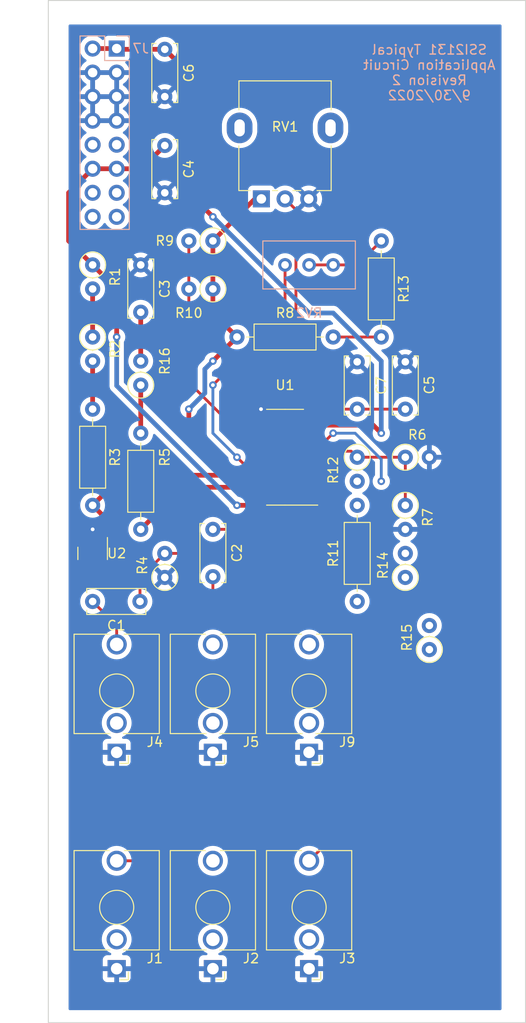
<source format=kicad_pcb>
(kicad_pcb (version 20211014) (generator pcbnew)
  (layers (0 "F.Cu" signal) (31 "B.Cu" power) (34 "B.Paste" user) (35 "F.Paste" user) (36 "B.SilkS" user "B.Silkscreen") (37 "F.SilkS" user "F.Silkscreen") (38 "B.Mask" user) (39 "F.Mask" user) (44 "Edge.Cuts" user))
  (net 0 "")
  (net 1 "Net-(C1-Pad1)")
  (net 2 "HardSync")
  (net 3 "SoftSync")
  (net 4 "Net-(C2-Pad2)")
  (net 5 "GND")
  (net 6 "Net-(C3-Pad2)")
  (net 7 "+5V")
  (net 8 "TCAP")
  (net 9 "-12V")
  (net 10 "Net-(R1-Pad2)")
  (net 11 "Net-(R2-Pad2)")
  (net 12 "VREF")
  (net 13 "BWComp")
  (net 14 "Net-(R16-Pad1)")
  (net 15 "HFTrack")
  (net 16 "Net-(R13-Pad2)")
  (net 17 "LinFreq")
  (net 18 "ExpoFreq")
  (net 23 "Net-(R13-Pad1)")
  (net 24 "ExpoScale")
  (net 25 "SawOut")
  (net 26 "PulseOut")
  (net 27 "TriOut")
  (net 28 "PWMCtrl")
  (net 29 "Net-(J9-PadT)")
  (net 30 "Net-(R11-Pad1)")
  (footprint "Capacitor_THT:C_Disc_D6.0mm_W2.5mm_P5.00mm" (layer "F.Cu") (at 193.04 76.2 90)
    (fp_text reference "C5" (at 2.54 2.54 90) (layer "F.SilkS"))
    (fp_text value "3.3 nF")
    (fp_line (start 5.62 -1.37) (end 5.62 -0.925) (layer "F.SilkS") (width 0.12))
    (fp_line (start -0.62 1.37) (end 5.62 1.37) (layer "F.SilkS") (width 0.12))
    (fp_line (start -0.62 -1.37) (end -0.62 -0.925) (layer "F.SilkS") (width 0.12))
    (fp_line (start -0.62 0.925) (end -0.62 1.37) (layer "F.SilkS") (width 0.12))
    (fp_line (start -0.62 -1.37) (end 5.62 -1.37) (layer "F.SilkS") (width 0.12))
    (fp_line (start 5.62 0.925) (end 5.62 1.37) (layer "F.SilkS") (width 0.12))
    (pad "1" thru_hole circle (at 0 0 90) (size 1.6 1.6) (drill 0.8) (layers *.Cu *.Mask) (net 8 "TCAP"))
    (pad "2" thru_hole circle (at 5 0 90) (size 1.6 1.6) (drill 0.8) (layers *.Cu *.Mask) (net 5 "GND"))
  )
  (footprint "Capacitor_THT:C_Disc_D6.0mm_W2.5mm_P5.00mm" (layer "F.Cu") (at 167.64 43.18 90)
    (fp_text reference "C6" (at 2.5 2.54 90) (layer "F.SilkS"))
    (fp_text value "0.1 uF")
    (fp_line (start -0.62 -1.37) (end 5.62 -1.37) (layer "F.SilkS") (width 0.12))
    (fp_line (start 5.62 -1.37) (end 5.62 -0.925) (layer "F.SilkS") (width 0.12))
    (fp_line (start 5.62 0.925) (end 5.62 1.37) (layer "F.SilkS") (width 0.12))
    (fp_line (start -0.62 0.925) (end -0.62 1.37) (layer "F.SilkS") (width 0.12))
    (fp_line (start -0.62 1.37) (end 5.62 1.37) (layer "F.SilkS") (width 0.12))
    (fp_line (start -0.62 -1.37) (end -0.62 -0.925) (layer "F.SilkS") (width 0.12))
    (pad "1" thru_hole circle (at 0 0 90) (size 1.6 1.6) (drill 0.8) (layers *.Cu *.Mask) (net 5 "GND"))
    (pad "2" thru_hole circle (at 5 0 90) (size 1.6 1.6) (drill 0.8) (layers *.Cu *.Mask) (net 9 "-12V"))
  )
  (footprint "Potentiometer_THT:Potentiometer_Alpha_RD901F-40-00D_Single_Vertical" (layer "F.Cu") (at 177.84 53.985 90)
    (fp_text reference "RV1" (at 7.62 2.5) (layer "F.SilkS"))
    (fp_text value "PWM Knob - 5 kOhms")
    (fp_line (start 0.88 7.37) (end 0.88 5.88) (layer "F.SilkS") (width 0.12))
    (fp_line (start 0.88 4.16) (end 0.88 3.33) (layer "F.SilkS") (width 0.12))
    (fp_line (start 0.88 -1.19) (end 0.88 -2.37) (layer "F.SilkS") (width 0.12))
    (fp_line (start 9.41 -2.37) (end 12.47 -2.37) (layer "F.SilkS") (width 0.12))
    (fp_line (start 9.41 7.37) (end 12.47 7.37) (layer "F.SilkS") (width 0.12))
    (fp_line (start 0.88 -2.38) (end 5.6 -2.38) (layer "F.SilkS") (width 0.12))
    (fp_line (start 0.88 7.37) (end 5.6 7.37) (layer "F.SilkS") (width 0.12))
    (fp_line (start 12.47 7.37) (end 12.47 -2.37) (layer "F.SilkS") (width 0.12))
    (fp_line (start 0.88 1.71) (end 0.88 1.18) (layer "F.SilkS") (width 0.12))
    (pad "" thru_hole oval (at 7.5 -2.3 180) (size 2.72 3.24) (drill oval 1.1 1.8) (layers *.Cu *.Mask))
    (pad "" thru_hole oval (at 7.5 7.3 180) (size 2.72 3.24) (drill oval 1.1 1.8) (layers *.Cu *.Mask))
    (pad "1" thru_hole rect (at 0 0 180) (size 1.8 1.8) (drill 1) (layers *.Cu *.Mask) (net 12 "VREF"))
    (pad "2" thru_hole circle (at 0 2.5 180) (size 1.8 1.8) (drill 1) (layers *.Cu *.Mask) (net 28 "PWMCtrl"))
    (pad "3" thru_hole circle (at 0 5 180) (size 1.8 1.8) (drill 1) (layers *.Cu *.Mask) (net 5 "GND"))
  )
  (footprint "Resistor_THT:R_Axial_DIN0207_L6.3mm_D2.5mm_P2.54mm_Vertical" (layer "F.Cu") (at 167.64 93.98 90)
    (fp_text reference "R4" (at 1.27 -2.37 90) (layer "F.SilkS"))
    (fp_text value "10 kOhms")
    (fp_line (start 1.37 0) (end 1.44 0) (layer "F.SilkS") (width 0.12))
    (fp_circle (center 0 0) (end 1.37 0) (layer "F.SilkS") (width 0.12) (fill none))
    (pad "1" thru_hole circle (at 0 0 90) (size 1.6 1.6) (drill 0.8) (layers *.Cu *.Mask) (net 5 "GND"))
    (pad "2" thru_hole oval (at 2.54 0 90) (size 1.6 1.6) (drill 0.8) (layers *.Cu *.Mask) (net 2 "HardSync"))
  )
  (footprint "Resistor_THT:R_Axial_DIN0207_L6.3mm_D2.5mm_P2.54mm_Vertical" (layer "F.Cu") (at 172.72 63.5 180)
    (fp_text reference "R10" (at 2.54 -2.54) (layer "F.SilkS"))
    (fp_text value "1 MOhms")
    (fp_line (start 1.37 0) (end 1.44 0) (layer "F.SilkS") (width 0.12))
    (fp_circle (center 0 0) (end 1.37 0) (layer "F.SilkS") (width 0.12) (fill none))
    (pad "1" thru_hole circle (at 0 0 180) (size 1.6 1.6) (drill 0.8) (layers *.Cu *.Mask) (net 12 "VREF"))
    (pad "2" thru_hole oval (at 2.54 0 180) (size 1.6 1.6) (drill 0.8) (layers *.Cu *.Mask) (net 17 "LinFreq"))
  )
  (footprint "Resistor_THT:R_Axial_DIN0207_L6.3mm_D2.5mm_P10.16mm_Horizontal" (layer "F.Cu") (at 187.96 86.36 -90)
    (fp_text reference "R11" (at 5.08 2.54 -90) (layer "F.SilkS"))
    (fp_text value "220 kOhms")
    (fp_line (start 8.35 -1.37) (end 1.81 -1.37) (layer "F.SilkS") (width 0.12))
    (fp_line (start 1.81 -1.37) (end 1.81 1.37) (layer "F.SilkS") (width 0.12))
    (fp_line (start 8.35 1.37) (end 8.35 -1.37) (layer "F.SilkS") (width 0.12))
    (fp_line (start 9.12 0) (end 8.35 0) (layer "F.SilkS") (width 0.12))
    (fp_line (start 1.81 1.37) (end 8.35 1.37) (layer "F.SilkS") (width 0.12))
    (fp_line (start 1.04 0) (end 1.81 0) (layer "F.SilkS") (width 0.12))
    (pad "1" thru_hole circle (at 0 0 270) (size 1.6 1.6) (drill 0.8) (layers *.Cu *.Mask) (net 30 "Net-(R11-Pad1)"))
    (pad "2" thru_hole oval (at 10.16 0 270) (size 1.6 1.6) (drill 0.8) (layers *.Cu *.Mask) (net 18 "ExpoFreq"))
  )
  (footprint "Resistor_THT:R_Axial_DIN0207_L6.3mm_D2.5mm_P10.16mm_Horizontal" (layer "F.Cu") (at 165.1 88.9 90)
    (fp_text reference "R5" (at 7.62 2.54 90) (layer "F.SilkS"))
    (fp_text value "220 Ohms")
    (fp_line (start 1.81 -1.37) (end 1.81 1.37) (layer "F.SilkS") (width 0.12))
    (fp_line (start 1.04 0) (end 1.81 0) (layer "F.SilkS") (width 0.12))
    (fp_line (start 9.12 0) (end 8.35 0) (layer "F.SilkS") (width 0.12))
    (fp_line (start 8.35 1.37) (end 8.35 -1.37) (layer "F.SilkS") (width 0.12))
    (fp_line (start 8.35 -1.37) (end 1.81 -1.37) (layer "F.SilkS") (width 0.12))
    (fp_line (start 1.81 1.37) (end 8.35 1.37) (layer "F.SilkS") (width 0.12))
    (pad "1" thru_hole circle (at 0 0 90) (size 1.6 1.6) (drill 0.8) (layers *.Cu *.Mask) (net 13 "BWComp"))
    (pad "2" thru_hole oval (at 10.16 0 90) (size 1.6 1.6) (drill 0.8) (layers *.Cu *.Mask) (net 14 "Net-(R16-Pad1)"))
  )
  (footprint "Connector_Audio:Jack_3.5mm_QingPu_WQP-PJ398SM_Vertical_CircularHoles" (layer "F.Cu") (at 182.88 135.32 180)
    (fp_text reference "J3" (at -4.03 1.08) (layer "F.SilkS"))
    (fp_text value "Tri Out")
    (fp_line (start -0.8 12.48) (end -4.5 12.48) (layer "F.SilkS") (width 0.12))
    (fp_line (start -0.72 1.98) (end -4.5 1.98) (layer "F.SilkS") (width 0.12))
    (fp_line (start 4.5 12.48) (end 0.8 12.48) (layer "F.SilkS") (width 0.12))
    (fp_line (start 4.5 1.98) (end 4.5 12.48) (layer "F.SilkS") (width 0.12))
    (fp_line (start 4.5 1.98) (end 0.72 1.98) (layer "F.SilkS") (width 0.12))
    (fp_line (start -1.23 -1.17) (end -1.23 -0.37) (layer "F.SilkS") (width 0.12))
    (fp_line (start -1.23 -1.17) (end -0.37 -1.17) (layer "F.SilkS") (width 0.12))
    (fp_line (start -4.5 1.98) (end -4.5 12.48) (layer "F.SilkS") (width 0.12))
    (fp_circle (center 0 6.48) (end 1.8 6.48) (layer "F.SilkS") (width 0.12) (fill none))
    (pad "S" thru_hole rect (at 0 0) (size 1.93 1.83) (drill 1.22) (layers *.Cu *.Mask) (net 5 "GND"))
    (pad "T" thru_hole circle (at 0 11.4) (size 2.13 2.13) (drill 1.43) (layers *.Cu *.Mask) (net 27 "TriOut"))
    (pad "TN" thru_hole circle (at 0 3.1) (size 2.13 2.13) (drill 1.42) (layers *.Cu *.Mask))
  )
  (footprint "Resistor_THT:R_Axial_DIN0207_L6.3mm_D2.5mm_P2.54mm_Vertical" (layer "F.Cu") (at 160.02 60.96 -90)
    (fp_text reference "R1" (at 1.27 -2.37 90) (layer "F.SilkS"))
    (fp_text value "4.7 kOhms")
    (fp_line (start 1.37 0) (end 1.44 0) (layer "F.SilkS") (width 0.12))
    (fp_circle (center 0 0) (end 1.37 0) (layer "F.SilkS") (width 0.12) (fill none))
    (pad "1" thru_hole circle (at 0 0 270) (size 1.6 1.6) (drill 0.8) (layers *.Cu *.Mask) (net 7 "+5V"))
    (pad "2" thru_hole oval (at 2.54 0 270) (size 1.6 1.6) (drill 0.8) (layers *.Cu *.Mask) (net 10 "Net-(R1-Pad2)"))
  )
  (footprint "Connector_Audio:Jack_3.5mm_QingPu_WQP-PJ398SM_Vertical_CircularHoles" (layer "F.Cu") (at 162.56 112.46 180)
    (fp_text reference "J4" (at -4.03 1.08) (layer "F.SilkS"))
    (fp_text value "Hard Sync")
    (fp_line (start -0.72 1.98) (end -4.5 1.98) (layer "F.SilkS") (width 0.12))
    (fp_line (start 4.5 1.98) (end 0.72 1.98) (layer "F.SilkS") (width 0.12))
    (fp_line (start -1.23 -1.17) (end -0.37 -1.17) (layer "F.SilkS") (width 0.12))
    (fp_line (start -1.23 -1.17) (end -1.23 -0.37) (layer "F.SilkS") (width 0.12))
    (fp_line (start -0.8 12.48) (end -4.5 12.48) (layer "F.SilkS") (width 0.12))
    (fp_line (start 4.5 12.48) (end 0.8 12.48) (layer "F.SilkS") (width 0.12))
    (fp_line (start 4.5 1.98) (end 4.5 12.48) (layer "F.SilkS") (width 0.12))
    (fp_line (start -4.5 1.98) (end -4.5 12.48) (layer "F.SilkS") (width 0.12))
    (fp_circle (center 0 6.48) (end 1.8 6.48) (layer "F.SilkS") (width 0.12) (fill none))
    (pad "S" thru_hole rect (at 0 0) (size 1.93 1.83) (drill 1.22) (layers *.Cu *.Mask) (net 5 "GND"))
    (pad "T" thru_hole circle (at 0 11.4) (size 2.13 2.13) (drill 1.43) (layers *.Cu *.Mask) (net 1 "Net-(C1-Pad1)"))
    (pad "TN" thru_hole circle (at 0 3.1) (size 2.13 2.13) (drill 1.42) (layers *.Cu *.Mask))
  )
  (footprint "Resistor_THT:R_Axial_DIN0207_L6.3mm_D2.5mm_P10.16mm_Horizontal" (layer "F.Cu") (at 185.42 68.58 180)
    (fp_text reference "R8" (at 5.08 2.54) (layer "F.SilkS"))
    (fp_text value "22 kOhms")
    (fp_line (start 8.35 -1.37) (end 1.81 -1.37) (layer "F.SilkS") (width 0.12))
    (fp_line (start 1.04 0) (end 1.81 0) (layer "F.SilkS") (width 0.12))
    (fp_line (start 1.81 1.37) (end 8.35 1.37) (layer "F.SilkS") (width 0.12))
    (fp_line (start 9.12 0) (end 8.35 0) (layer "F.SilkS") (width 0.12))
    (fp_line (start 1.81 -1.37) (end 1.81 1.37) (layer "F.SilkS") (width 0.12))
    (fp_line (start 8.35 1.37) (end 8.35 -1.37) (layer "F.SilkS") (width 0.12))
    (pad "1" thru_hole circle (at 0 0 180) (size 1.6 1.6) (drill 0.8) (layers *.Cu *.Mask) (net 16 "Net-(R13-Pad2)"))
    (pad "2" thru_hole oval (at 10.16 0 180) (size 1.6 1.6) (drill 0.8) (layers *.Cu *.Mask) (net 12 "VREF"))
  )
  (footprint "Capacitor_THT:C_Disc_D6.0mm_W2.5mm_P5.00mm" (layer "F.Cu") (at 187.96 76.2 90)
    (fp_text reference "C7" (at 2.5 2.54 90) (layer "F.SilkS"))
    (fp_text value "680 pF")
    (fp_line (start -0.62 -1.37) (end 5.62 -1.37) (layer "F.SilkS") (width 0.12))
    (fp_line (start -0.62 1.37) (end 5.62 1.37) (layer "F.SilkS") (width 0.12))
    (fp_line (start -0.62 0.925) (end -0.62 1.37) (layer "F.SilkS") (width 0.12))
    (fp_line (start 5.62 0.925) (end 5.62 1.37) (layer "F.SilkS") (width 0.12))
    (fp_line (start 5.62 -1.37) (end 5.62 -0.925) (layer "F.SilkS") (width 0.12))
    (fp_line (start -0.62 -1.37) (end -0.62 -0.925) (layer "F.SilkS") (width 0.12))
    (pad "1" thru_hole circle (at 0 0 90) (size 1.6 1.6) (drill 0.8) (layers *.Cu *.Mask) (net 8 "TCAP"))
    (pad "2" thru_hole circle (at 5 0 90) (size 1.6 1.6) (drill 0.8) (layers *.Cu *.Mask) (net 5 "GND"))
  )
  (footprint "Connector_Audio:Jack_3.5mm_QingPu_WQP-PJ398SM_Vertical_CircularHoles" (layer "F.Cu") (at 172.72 112.46 180)
    (fp_text reference "J5" (at -4.03 1.08) (layer "F.SilkS"))
    (fp_text value "Soft Sync")
    (fp_line (start -0.8 12.48) (end -4.5 12.48) (layer "F.SilkS") (width 0.12))
    (fp_line (start 4.5 12.48) (end 0.8 12.48) (layer "F.SilkS") (width 0.12))
    (fp_line (start -1.23 -1.17) (end -1.23 -0.37) (layer "F.SilkS") (width 0.12))
    (fp_line (start 4.5 1.98) (end 0.72 1.98) (layer "F.SilkS") (width 0.12))
    (fp_line (start 4.5 1.98) (end 4.5 12.48) (layer "F.SilkS") (width 0.12))
    (fp_line (start -4.5 1.98) (end -4.5 12.48) (layer "F.SilkS") (width 0.12))
    (fp_line (start -0.72 1.98) (end -4.5 1.98) (layer "F.SilkS") (width 0.12))
    (fp_line (start -1.23 -1.17) (end -0.37 -1.17) (layer "F.SilkS") (width 0.12))
    (fp_circle (center 0 6.48) (end 1.8 6.48) (layer "F.SilkS") (width 0.12) (fill none))
    (pad "S" thru_hole rect (at 0 0) (size 1.93 1.83) (drill 1.22) (layers *.Cu *.Mask) (net 5 "GND"))
    (pad "T" thru_hole circle (at 0 11.4) (size 2.13 2.13) (drill 1.43) (layers *.Cu *.Mask) (net 4 "Net-(C2-Pad2)"))
    (pad "TN" thru_hole circle (at 0 3.1) (size 2.13 2.13) (drill 1.42) (layers *.Cu *.Mask))
  )
  (footprint "Resistor_THT:R_Axial_DIN0207_L6.3mm_D2.5mm_P2.54mm_Vertical" (layer "F.Cu") (at 187.96 81.28 -90)
    (fp_text reference "R12" (at 1.37 2.54 90) (layer "F.SilkS"))
    (fp_text value "47 kOhms")
    (fp_line (start 1.37 0) (end 1.44 0) (layer "F.SilkS") (width 0.12))
    (fp_circle (center 0 0) (end 1.37 0) (layer "F.SilkS") (width 0.12) (fill none))
    (pad "1" thru_hole circle (at 0 0 270) (size 1.6 1.6) (drill 0.8) (layers *.Cu *.Mask) (net 15 "HFTrack"))
    (pad "2" thru_hole oval (at 2.54 0 270) (size 1.6 1.6) (drill 0.8) (layers *.Cu *.Mask) (net 30 "Net-(R11-Pad1)"))
  )
  (footprint "Resistor_THT:R_Axial_DIN0207_L6.3mm_D2.5mm_P2.54mm_Vertical" (layer "F.Cu") (at 193.04 86.36 -90)
    (fp_text reference "R7" (at 1.27 -2.37 90) (layer "F.SilkS"))
    (fp_text value "47 kOhms")
    (fp_line (start 1.37 0) (end 1.44 0) (layer "F.SilkS") (width 0.12))
    (fp_circle (center 0 0) (end 1.37 0) (layer "F.SilkS") (width 0.12) (fill none))
    (pad "1" thru_hole circle (at 0 0 270) (size 1.6 1.6) (drill 0.8) (layers *.Cu *.Mask) (net 15 "HFTrack"))
    (pad "2" thru_hole oval (at 2.54 0 270) (size 1.6 1.6) (drill 0.8) (layers *.Cu *.Mask) (net 5 "GND"))
  )
  (footprint "Resistor_THT:R_Axial_DIN0207_L6.3mm_D2.5mm_P10.16mm_Horizontal" (layer "F.Cu") (at 160.02 76.2 -90)
    (fp_text reference "R3" (at 5.08 -2.37 90) (layer "F.SilkS"))
    (fp_text value "1 kOhms")
    (fp_line (start 1.04 0) (end 1.81 0) (layer "F.SilkS") (width 0.12))
    (fp_line (start 1.81 -1.37) (end 1.81 1.37) (layer "F.SilkS") (width 0.12))
    (fp_line (start 8.35 -1.37) (end 1.81 -1.37) (layer "F.SilkS") (width 0.12))
    (fp_line (start 9.12 0) (end 8.35 0) (layer "F.SilkS") (width 0.12))
    (fp_line (start 8.35 1.37) (end 8.35 -1.37) (layer "F.SilkS") (width 0.12))
    (fp_line (start 1.81 1.37) (end 8.35 1.37) (layer "F.SilkS") (width 0.12))
    (pad "1" thru_hole circle (at 0 0 270) (size 1.6 1.6) (drill 0.8) (layers *.Cu *.Mask) (net 11 "Net-(R2-Pad2)"))
    (pad "2" thru_hole oval (at 10.16 0 270) (size 1.6 1.6) (drill 0.8) (layers *.Cu *.Mask) (net 12 "VREF"))
  )
  (footprint "Resistor_THT:R_Axial_DIN0207_L6.3mm_D2.5mm_P2.54mm_Vertical" (layer "F.Cu") (at 193.04 81.28)
    (fp_text reference "R6" (at 1.27 -2.37) (layer "F.SilkS"))
    (fp_text value "4.7 kOhms")
    (fp_line (start 1.37 0) (end 1.44 0) (layer "F.SilkS") (width 0.12))
    (fp_circle (center 0 0) (end 1.37 0) (layer "F.SilkS") (width 0.12) (fill none))
    (pad "1" thru_hole circle (at 0 0) (size 1.6 1.6) (drill 0.8) (layers *.Cu *.Mask) (net 15 "HFTrack"))
    (pad "2" thru_hole oval (at 2.54 0) (size 1.6 1.6) (drill 0.8) (layers *.Cu *.Mask) (net 5 "GND"))
  )
  (footprint "Resistor_THT:R_Axial_DIN0207_L6.3mm_D2.5mm_P2.54mm_Vertical" (layer "F.Cu") (at 160.02 68.58 -90)
    (fp_text reference "R2" (at 1.27 -2.37 90) (layer "F.SilkS"))
    (fp_text value "2.2 kOhms")
    (fp_line (start 1.37 0) (end 1.44 0) (layer "F.SilkS") (width 0.12))
    (fp_circle (center 0 0) (end 1.37 0) (layer "F.SilkS") (width 0.12) (fill none))
    (pad "1" thru_hole circle (at 0 0 270) (size 1.6 1.6) (drill 0.8) (layers *.Cu *.Mask) (net 10 "Net-(R1-Pad2)"))
    (pad "2" thru_hole oval (at 2.54 0 270) (size 1.6 1.6) (drill 0.8) (layers *.Cu *.Mask) (net 11 "Net-(R2-Pad2)"))
  )
  (footprint "Capacitor_THT:C_Disc_D6.0mm_W2.5mm_P5.00mm" (layer "F.Cu") (at 167.64 53.34 90)
    (fp_text reference "C4" (at 2.5 2.54 90) (layer "F.SilkS"))
    (fp_text value "0.1 uF")
    (fp_line (start -0.62 0.925) (end -0.62 1.37) (layer "F.SilkS") (width 0.12))
    (fp_line (start -0.62 1.37) (end 5.62 1.37) (layer "F.SilkS") (width 0.12))
    (fp_line (start 5.62 -1.37) (end 5.62 -0.925) (layer "F.SilkS") (width 0.12))
    (fp_line (start -0.62 -1.37) (end 5.62 -1.37) (layer "F.SilkS") (width 0.12))
    (fp_line (start 5.62 0.925) (end 5.62 1.37) (layer "F.SilkS") (width 0.12))
    (fp_line (start -0.62 -1.37) (end -0.62 -0.925) (layer "F.SilkS") (width 0.12))
    (pad "1" thru_hole circle (at 0 0 90) (size 1.6 1.6) (drill 0.8) (layers *.Cu *.Mask) (net 5 "GND"))
    (pad "2" thru_hole circle (at 5 0 90) (size 1.6 1.6) (drill 0.8) (layers *.Cu *.Mask) (net 7 "+5V"))
  )
  (footprint "Resistor_THT:R_Axial_DIN0207_L6.3mm_D2.5mm_P2.54mm_Vertical" (layer "F.Cu") (at 193.04 93.98 90)
    (fp_text reference "R14" (at 1.27 -2.37 90) (layer "F.SilkS"))
    (fp_text value "100 kOhms")
    (fp_line (start 1.37 0) (end 1.44 0) (layer "F.SilkS") (width 0.12))
    (fp_circle (center 0 0) (end 1.37 0) (layer "F.SilkS") (width 0.12) (fill none))
    (pad "1" thru_hole circle (at 0 0 90) (size 1.6 1.6) (drill 0.8) (layers *.Cu *.Mask) (net 29 "Net-(J9-PadT)"))
    (pad "2" thru_hole oval (at 2.54 0 90) (size 1.6 1.6) (drill 0.8) (layers *.Cu *.Mask) (net 18 "ExpoFreq"))
  )
  (footprint "Capacitor_THT:C_Disc_D6.0mm_W2.5mm_P5.00mm" (layer "F.Cu") (at 165.1 60.96 -90)
    (fp_text reference "C3" (at 2.54 -2.54 90) (layer "F.SilkS"))
    (fp_text value "10 nF")
    (fp_line (start -0.62 1.37) (end 5.62 1.37) (layer "F.SilkS") (width 0.12))
    (fp_line (start 5.62 -1.37) (end 5.62 -0.925) (layer "F.SilkS") (width 0.12))
    (fp_line (start 5.62 0.925) (end 5.62 1.37) (layer "F.SilkS") (width 0.12))
    (fp_line (start -0.62 -1.37) (end 5.62 -1.37) (layer "F.SilkS") (width 0.12))
    (fp_line (start -0.62 -1.37) (end -0.62 -0.925) (layer "F.SilkS") (width 0.12))
    (fp_line (start -0.62 0.925) (end -0.62 1.37) (layer "F.SilkS") (width 0.12))
    (pad "1" thru_hole circle (at 0 0 270) (size 1.6 1.6) (drill 0.8) (layers *.Cu *.Mask) (net 5 "GND"))
    (pad "2" thru_hole circle (at 5 0 270) (size 1.6 1.6) (drill 0.8) (layers *.Cu *.Mask) (net 6 "Net-(C3-Pad2)"))
  )
  (footprint "Package_SO:SOIC-16_3.9x9.9mm_P1.27mm" (layer "F.Cu") (at 180.34 81.28 180)
    (fp_text reference "U1" (at 0 7.62) (layer "F.SilkS"))
    (fp_text value "SSI2131")
    (fp_line (start 0 -5.06) (end 1.95 -5.06) (layer "F.SilkS") (width 0.12))
    (fp_line (start 0 -5.06) (end -3.45 -5.06) (layer "F.SilkS") (width 0.12))
    (fp_line (start 0 5.06) (end -1.95 5.06) (layer "F.SilkS") (width 0.12))
    (fp_line (start 0 5.06) (end 1.95 5.06) (layer "F.SilkS") (width 0.12))
    (pad "1" smd roundrect (at -2.475 -4.445 180) (size 1.95 0.6) (layers "F.Cu" "F.Paste" "F.Mask") (net 25 "SawOut"))
    (pad "2" smd roundrect (at -2.475 -3.175 180) (size 1.95 0.6) (layers "F.Cu" "F.Paste" "F.Mask") (net 26 "PulseOut"))
    (pad "3" smd roundrect (at -2.475 -1.905 180) (size 1.95 0.6) (layers "F.Cu" "F.Paste" "F.Mask") (net 28 "PWMCtrl"))
    (pad "4" smd roundrect (at -2.475 -0.635 180) (size 1.95 0.6) (layers "F.Cu" "F.Paste" "F.Mask") (net 27 "TriOut"))
    (pad "5" smd roundrect (at -2.475 0.635 180) (size 1.95 0.6) (layers "F.Cu" "F.Paste" "F.Mask") (net 15 "HFTrack"))
    (pad "6" smd roundrect (at -2.475 1.905 180) (size 1.95 0.6) (layers "F.Cu" "F.Paste" "F.Mask") (net 18 "ExpoFreq"))
    (pad "7" smd roundrect (at -2.475 3.175 180) (size 1.95 0.6) (layers "F.Cu" "F.Paste" "F.Mask") (net 9 "-12V"))
    (pad "8" smd roundrect (at -2.475 4.445 180) (size 1.95 0.6) (layers "F.Cu" "F.Paste" "F.Mask") (net 8 "TCAP"))
    (pad "9" smd roundrect (at 2.475 4.445 180) (size 1.95 0.6) (layers "F.Cu" "F.Paste" "F.Mask") (net 5 "GND"))
    (pad "10" smd roundrect (at 2.475 3.175 180) (size 1.95 0.6) (layers "F.Cu" "F.Paste" "F.Mask") (net 2 "HardSync"))
    (pad "11" smd roundrect (at 2.475 1.905 180) (size 1.95 0.6) (layers "F.Cu" "F.Paste" "F.Mask") (net 3 "SoftSync"))
    (pad "12" smd roundrect (at 2.475 0.635 180) (size 1.95 0.6) (layers "F.Cu" "F.Paste" "F.Mask") (net 17 "LinFreq"))
    (pad "13" smd roundrect (at 2.475 -0.635 180) (size 1.95 0.6) (layers "F.Cu" "F.Paste" "F.Mask") (net 24 "ExpoScale"))
    (pad "14" smd roundrect (at 2.475 -1.905 180) (size 1.95 0.6) (layers "F.Cu" "F.Paste" "F.Mask") (net 12 "VREF"))
    (pad "15" smd roundrect (at 2.475 -3.175 180) (size 1.95 0.6) (layers "F.Cu" "F.Paste" "F.Mask") (net 13 "BWComp"))
    (pad "16" smd roundrect (at 2.475 -4.445 180) (size 1.95 0.6) (layers "F.Cu" "F.Paste" "F.Mask") (net 7 "+5V"))
  )
  (footprint "Resistor_THT:R_Axial_DIN0207_L6.3mm_D2.5mm_P2.54mm_Vertical" (layer "F.Cu") (at 195.58 101.6 90)
    (fp_text reference "R15" (at 1.27 -2.37 90) (layer "F.SilkS"))
    (fp_text value "100 kOhms")
    (fp_line (start 1.37 0) (end 1.44 0) (layer "F.SilkS") (width 0.12))
    (fp_circle (center 0 0) (end 1.37 0) (layer "F.SilkS") (width 0.12) (fill none))
    (pad "1" thru_hole circle (at 0 0 90) (size 1.6 1.6) (drill 0.8) (layers *.Cu *.Mask) (net 29 "Net-(J9-PadT)"))
    (pad "2" thru_hole oval (at 2.54 0 90) (size 1.6 1.6) (drill 0.8) (layers *.Cu *.Mask) (net 18 "ExpoFreq"))
  )
  (footprint "Capacitor_THT:C_Disc_D6.0mm_W2.5mm_P5.00mm" (layer "F.Cu") (at 172.72 88.9 -90)
    (fp_text reference "C2" (at 2.5 -2.54 90) (layer "F.SilkS"))
    (fp_text value "10 nF")
    (fp_line (start -0.62 -1.37) (end 5.62 -1.37) (layer "F.SilkS") (width 0.12))
    (fp_line (start -0.62 1.37) (end 5.62 1.37) (layer "F.SilkS") (width 0.12))
    (fp_line (start 5.62 -1.37) (end 5.62 -0.925) (layer "F.SilkS") (width 0.12))
    (fp_line (start -0.62 -1.37) (end -0.62 -0.925) (layer "F.SilkS") (width 0.12))
    (fp_line (start 5.62 0.925) (end 5.62 1.37) (layer "F.SilkS") (width 0.12))
    (fp_line (start -0.62 0.925) (end -0.62 1.37) (layer "F.SilkS") (width 0.12))
    (pad "1" thru_hole circle (at 0 0 270) (size 1.6 1.6) (drill 0.8) (layers *.Cu *.Mask) (net 3 "SoftSync"))
    (pad "2" thru_hole circle (at 5 0 270) (size 1.6 1.6) (drill 0.8) (layers *.Cu *.Mask) (net 4 "Net-(C2-Pad2)"))
  )
  (footprint "Connector_Audio:Jack_3.5mm_QingPu_WQP-PJ398SM_Vertical_CircularHoles" (layer "F.Cu") (at 162.56 135.32 180)
    (fp_text reference "J1" (at -4.03 1.08) (layer "F.SilkS"))
    (fp_text value "Saw Out")
    (fp_line (start -1.23 -1.17) (end -0.37 -1.17) (layer "F.SilkS") (width 0.12))
    (fp_line (start -4.5 1.98) (end -4.5 12.48) (layer "F.SilkS") (width 0.12))
    (fp_line (start 4.5 1.98) (end 0.72 1.98) (layer "F.SilkS") (width 0.12))
    (fp_line (start 4.5 1.98) (end 4.5 12.48) (layer "F.SilkS") (width 0.12))
    (fp_line (start 4.5 12.48) (end 0.8 12.48) (layer "F.SilkS") (width 0.12))
    (fp_line (start -0.8 12.48) (end -4.5 12.48) (layer "F.SilkS") (width 0.12))
    (fp_line (start -0.72 1.98) (end -4.5 1.98) (layer "F.SilkS") (width 0.12))
    (fp_line (start -1.23 -1.17) (end -1.23 -0.37) (layer "F.SilkS") (width 0.12))
    (fp_circle (center 0 6.48) (end 1.8 6.48) (layer "F.SilkS") (width 0.12) (fill none))
    (pad "S" thru_hole rect (at 0 0) (size 1.93 1.83) (drill 1.22) (layers *.Cu *.Mask) (net 5 "GND"))
    (pad "T" thru_hole circle (at 0 11.4) (size 2.13 2.13) (drill 1.43) (layers *.Cu *.Mask) (net 25 "SawOut"))
    (pad "TN" thru_hole circle (at 0 3.1) (size 2.13 2.13) (drill 1.42) (layers *.Cu *.Mask))
  )
  (footprint "Resistor_THT:R_Axial_DIN0207_L6.3mm_D2.5mm_P2.54mm_Vertical" (layer "F.Cu") (at 165.1 73.66 90)
    (fp_text reference "R16" (at 2.54 2.54 90) (layer "F.SilkS"))
    (fp_text value "47 Ohms")
    (fp_line (start 1.37 0) (end 1.44 0) (layer "F.SilkS") (width 0.12))
    (fp_circle (center 0 0) (end 1.37 0) (layer "F.SilkS") (width 0.12) (fill none))
    (pad "1" thru_hole circle (at 0 0 90) (size 1.6 1.6) (drill 0.8) (layers *.Cu *.Mask) (net 14 "Net-(R16-Pad1)"))
    (pad "2" thru_hole oval (at 2.54 0 90) (size 1.6 1.6) (drill 0.8) (layers *.Cu *.Mask) (net 6 "Net-(C3-Pad2)"))
  )
  (footprint "Resistor_THT:R_Axial_DIN0207_L6.3mm_D2.5mm_P2.54mm_Vertical" (layer "F.Cu") (at 172.72 58.42 180)
    (fp_text reference "R9" (at 5.08 0) (layer "F.SilkS"))
    (fp_text value "1 MOhms")
    (fp_line (start 1.37 0) (end 1.44 0) (layer "F.SilkS") (width 0.12))
    (fp_circle (center 0 0) (end 1.37 0) (layer "F.SilkS") (width 0.12) (fill none))
    (pad "1" thru_hole circle (at 0 0 180) (size 1.6 1.6) (drill 0.8) (layers *.Cu *.Mask) (net 12 "VREF"))
    (pad "2" thru_hole oval (at 2.54 0 180) (size 1.6 1.6) (drill 0.8) (layers *.Cu *.Mask) (net 17 "LinFreq"))
  )
  (footprint "Capacitor_THT:C_Disc_D6.0mm_W2.5mm_P5.00mm" (layer "F.Cu") (at 160.02 96.52)
    (fp_text reference "C1" (at 2.5 2.54) (layer "F.SilkS"))
    (fp_text value "10 nF")
    (fp_line (start 5.62 0.925) (end 5.62 1.37) (layer "F.SilkS") (width 0.12))
    (fp_line (start -0.62 -1.37) (end 5.62 -1.37) (layer "F.SilkS") (width 0.12))
    (fp_line (start -0.62 0.925) (end -0.62 1.37) (layer "F.SilkS") (width 0.12))
    (fp_line (start -0.62 -1.37) (end -0.62 -0.925) (layer "F.SilkS") (width 0.12))
    (fp_line (start 5.62 -1.37) (end 5.62 -0.925) (layer "F.SilkS") (width 0.12))
    (fp_line (start -0.62 1.37) (end 5.62 1.37) (layer "F.SilkS") (width 0.12))
    (pad "1" thru_hole circle (at 0 0) (size 1.6 1.6) (drill 0.8) (layers *.Cu *.Mask) (net 1 "Net-(C1-Pad1)"))
    (pad "2" thru_hole circle (at 5 0) (size 1.6 1.6) (drill 0.8) (layers *.Cu *.Mask) (net 2 "HardSync"))
  )
  (footprint "Resistor_THT:R_Axial_DIN0207_L6.3mm_D2.5mm_P10.16mm_Horizontal" (layer "F.Cu") (at 190.5 58.42 -90)
    (fp_text reference "R13" (at 5.08 -2.37 90) (layer "F.SilkS"))
    (fp_text value "100 Ohms")
    (fp_line (start 1.81 -1.37) (end 1.81 1.37) (layer "F.SilkS") (width 0.12))
    (fp_line (start 1.04 0) (end 1.81 0) (layer "F.SilkS") (width 0.12))
    (fp_line (start 1.81 1.37) (end 8.35 1.37) (layer "F.SilkS") (width 0.12))
    (fp_line (start 8.35 1.37) (end 8.35 -1.37) (layer "F.SilkS") (width 0.12))
    (fp_line (start 8.35 -1.37) (end 1.81 -1.37) (layer "F.SilkS") (width 0.12))
    (fp_line (start 9.12 0) (end 8.35 0) (layer "F.SilkS") (width 0.12))
    (pad "1" thru_hole circle (at 0 0 270) (size 1.6 1.6) (drill 0.8) (layers *.Cu *.Mask) (net 23 "Net-(R13-Pad1)"))
    (pad "2" thru_hole oval (at 10.16 0 270) (size 1.6 1.6) (drill 0.8) (layers *.Cu *.Mask) (net 16 "Net-(R13-Pad2)"))
  )
  (footprint "Connector_Audio:Jack_3.5mm_QingPu_WQP-PJ398SM_Vertical_CircularHoles" (layer "F.Cu") (at 172.72 135.32 180)
    (fp_text reference "J2" (at -4.03 1.08) (layer "F.SilkS"))
    (fp_text value "Pulse Out")
    (fp_line (start -0.8 12.48) (end -4.5 12.48) (layer "F.SilkS") (width 0.12))
    (fp_line (start -0.72 1.98) (end -4.5 1.98) (layer "F.SilkS") (width 0.12))
    (fp_line (start -1.23 -1.17) (end -0.37 -1.17) (layer "F.SilkS") (width 0.12))
    (fp_line (start 4.5 12.48) (end 0.8 12.48) (layer "F.SilkS") (width 0.12))
    (fp_line (start 4.5 1.98) (end 0.72 1.98) (layer "F.SilkS") (width 0.12))
    (fp_line (start -1.23 -1.17) (end -1.23 -0.37) (layer "F.SilkS") (width 0.12))
    (fp_line (start 4.5 1.98) (end 4.5 12.48) (layer "F.SilkS") (width 0.12))
    (fp_line (start -4.5 1.98) (end -4.5 12.48) (layer "F.SilkS") (width 0.12))
    (fp_circle (center 0 6.48) (end 1.8 6.48) (layer "F.SilkS") (width 0.12) (fill none))
    (pad "S" thru_hole rect (at 0 0) (size 1.93 1.83) (drill 1.22) (layers *.Cu *.Mask) (net 5 "GND"))
    (pad "T" thru_hole circle (at 0 11.4) (size 2.13 2.13) (drill 1.43) (layers *.Cu *.Mask) (net 26 "PulseOut"))
    (pad "TN" thru_hole circle (at 0 3.1) (size 2.13 2.13) (drill 1.42) (layers *.Cu *.Mask))
  )
  (footprint "Package_TO_SOT_SMD:SOT-23" (layer "F.Cu") (at 160.02 91.44 -90)
    (fp_text reference "U2" (at 0 -2.54) (layer "F.SilkS"))
    (fp_text value "LM4040DBZ-2.5")
    (fp_line (start 0 -1.56) (end 0.65 -1.56) (layer "F.SilkS") (width 0.12))
    (fp_line (start 0 -1.56) (end -1.675 -1.56) (layer "F.SilkS") (width 0.12))
    (fp_line (start 0 1.56) (end 0.65 1.56) (layer "F.SilkS") (width 0.12))
    (fp_line (start 0 1.56) (end -0.65 1.56) (layer "F.SilkS") (width 0.12))
    (pad "1" smd roundrect (at -0.9375 -0.95 270) (size 1.475 0.6) (layers "F.Cu" "F.Paste" "F.Mask") (net 12 "VREF"))
    (pad "2" smd roundrect (at -0.9375 0.95 270) (size 1.475 0.6) (layers "F.Cu" "F.Paste" "F.Mask") (net 5 "GND"))
    (pad "3" smd roundrect (at 0.9375 0 270) (size 1.475 0.6) (layers "F.Cu" "F.Paste" "F.Mask"))
  )
  (footprint "Connector_Audio:Jack_3.5mm_QingPu_WQP-PJ398SM_Vertical_CircularHoles" (layer "F.Cu") (at 182.88 112.46 180)
    (fp_text reference "J9" (at -4.03 1.08) (layer "F.SilkS"))
    (fp_text value "Expo Freq")
    (fp_line (start -0.72 1.98) (end -4.5 1.98) (layer "F.SilkS") (width 0.12))
    (fp_line (start 4.5 1.98) (end 4.5 12.48) (layer "F.SilkS") (width 0.12))
    (fp_line (start -1.23 -1.17) (end -1.23 -0.37) (layer "F.SilkS") (width 0.12))
    (fp_line (start -4.5 1.98) (end -4.5 12.48) (layer "F.SilkS") (width 0.12))
    (fp_line (start -0.8 12.48) (end -4.5 12.48) (layer "F.SilkS") (width 0.12))
    (fp_line (start 4.5 1.98) (end 0.72 1.98) (layer "F.SilkS") (width 0.12))
    (fp_line (start -1.23 -1.17) (end -0.37 -1.17) (layer "F.SilkS") (width 0.12))
    (fp_line (start 4.5 12.48) (end 0.8 12.48) (layer "F.SilkS") (width 0.12))
    (fp_circle (center 0 6.48) (end 1.8 6.48) (layer "F.SilkS") (width 0.12) (fill none))
    (pad "S" thru_hole rect (at 0 0) (size 1.93 1.83) (drill 1.22) (layers *.Cu *.Mask) (net 5 "GND"))
    (pad "T" thru_hole circle (at 0 11.4) (size 2.13 2.13) (drill 1.43) (layers *.Cu *.Mask) (net 29 "Net-(J9-PadT)"))
    (pad "TN" thru_hole circle (at 0 3.1) (size 2.13 2.13) (drill 1.42) (layers *.Cu *.Mask))
  )
  (footprint "Connector_PinHeader_2.54mm:PinHeader_2x08_P2.54mm_Vertical" (layer "B.Cu") (at 162.56 38.1 180)
    (fp_text reference "J7" (at -2.54 0) (layer "B.SilkS") (effects (justify mirror)))
    (fp_text value "16-Pin uZeus Power Header")
    (fp_line (start 1.27 1.33) (end 3.87 1.33) (layer "B.SilkS") (width 0.12))
    (fp_line (start -1.33 -19.11) (end 3.87 -19.11) (layer "B.SilkS") (width 0.12))
    (fp_line (start -1.33 1.33) (end 0 1.33) (layer "B.SilkS") (width 0.12))
    (fp_line (start 3.87 1.33) (end 3.87 -19.11) (layer "B.SilkS") (width 0.12))
    (fp_line (start -1.33 -1.27) (end 1.27 -1.27) (layer "B.SilkS") (width 0.12))
    (fp_line (start -1.33 -1.27) (end -1.33 -19.11) (layer "B.SilkS") (width 0.12))
    (fp_line (start 1.27 -1.27) (end 1.27 1.33) (layer "B.SilkS") (width 0.12))
    (fp_line (start -1.33 0) (end -1.33 1.33) (layer "B.SilkS") (width 0.12))
    (pad "1" thru_hole rect (at 0 0 180) (size 1.7 1.7) (drill 1) (layers *.Cu *.Mask) (net 9 "-12V"))
    (pad "2" thru_hole oval (at 2.54 0 180) (size 1.7 1.7) (drill 1) (layers *.Cu *.Mask) (net 9 "-12V"))
    (pad "3" thru_hole oval (at 0 -2.54 180) (size 1.7 1.7) (drill 1) (layers *.Cu *.Mask) (net 5 "GND"))
    (pad "4" thru_hole oval (at 2.54 -2.54 180) (size 1.7 1.7) (drill 1) (layers *.Cu *.Mask) (net 5 "GND"))
    (pad "5" thru_hole oval (at 0 -5.08 180) (size 1.7 1.7) (drill 1) (layers *.Cu *.Mask) (net 5 "GND"))
    (pad "6" thru_hole oval (at 2.54 -5.08 180) (size 1.7 1.7) (drill 1) (layers *.Cu *.Mask) (net 5 "GND"))
    (pad "7" thru_hole oval (at 0 -7.62 180) (size 1.7 1.7) (drill 1) (layers *.Cu *.Mask) (net 5 "GND"))
    (pad "8" thru_hole oval (at 2.54 -7.62 180) (size 1.7 1.7) (drill 1) (layers *.Cu *.Mask) (net 5 "GND"))
    (pad "9" thru_hole oval (at 0 -10.16 180) (size 1.7 1.7) (drill 1) (layers *.Cu *.Mask))
    (pad "10" thru_hole oval (at 2.54 -10.16 180) (size 1.7 1.7) (drill 1) (layers *.Cu *.Mask))
    (pad "11" thru_hole oval (at 0 -12.7 180) (size 1.7 1.7) (drill 1) (layers *.Cu *.Mask) (net 7 "+5V"))
    (pad "12" thru_hole oval (at 2.54 -12.7 180) (size 1.7 1.7) (drill 1) (layers *.Cu *.Mask) (net 7 "+5V"))
    (pad "13" thru_hole oval (at 0 -15.24 180) (size 1.7 1.7) (drill 1) (layers *.Cu *.Mask))
    (pad "14" thru_hole oval (at 2.54 -15.24 180) (size 1.7 1.7) (drill 1) (layers *.Cu *.Mask))
    (pad "15" thru_hole oval (at 0 -17.78 180) (size 1.7 1.7) (drill 1) (layers *.Cu *.Mask))
    (pad "16" thru_hole oval (at 2.54 -17.78 180) (size 1.7 1.7) (drill 1) (layers *.Cu *.Mask))
  )
  (footprint "Potentiometer_THT:Potentiometer_Bourns_3296W_Vertical" (layer "B.Cu") (at 180.34 60.96 180)
    (fp_text reference "RV2" (at -2.54 -5.08) (layer "B.SilkS") (effects (justify mirror)))
    (fp_text value "Expo Scale Trim - 5 kOhms")
    (fp_line (start -7.425 2.53) (end -7.425 -2.54) (layer "B.SilkS") (width 0.12))
    (fp_line (start -7.425 2.53) (end 2.345 2.53) (layer "B.SilkS") (width 0.12))
    (fp_line (start -7.425 -2.54) (end 2.345 -2.54) (layer "B.SilkS") (width 0.12))
    (fp_line (start 2.345 2.53) (end 2.345 -2.54) (layer "B.SilkS") (width 0.12))
    (pad "1" thru_hole circle (at 0 0 180) (size 1.44 1.44) (drill 0.8) (layers *.Cu *.Mask) (net 24 "ExpoScale"))
    (pad "2" thru_hole circle (at -2.54 0 180) (size 1.44 1.44) (drill 0.8) (layers *.Cu *.Mask) (net 23 "Net-(R13-Pad1)"))
    (pad "3" thru_hole circle (at -5.08 0 180) (size 1.44 1.44) (drill 0.8) (layers *.Cu *.Mask) (net 23 "Net-(R13-Pad1)"))
  )
  (gr_rect (start 155.34 33.02) (end 205.74 141.02) (layer "Edge.Cuts") (width 0.1) (fill none))
  (gr_text "SSI2131 Typical\nApplication Circuit\nRevision 2\n9/30/2022" (at 195.58 40.64) (layer "B.SilkS") (effects (font (size 1 1)) (justify mirror)))
  (segment (start 162.56 99.06) (end 160.02 96.52) (width 0.3) (layer "F.Cu") (net 1))
  (segment (start 162.56 101.06) (end 162.56 99.06) (width 0.3) (layer "F.Cu") (net 1))
  (segment (start 165.02 96.52) (end 165.02 94.06) (width 0.3) (layer "F.Cu") (net 2))
  (segment (start 179.69 86.289213) (end 179.69 79.517893) (width 0.3) (layer "F.Cu") (net 2))
  (segment (start 165.02 94.06) (end 167.64 91.44) (width 0.3) (layer "F.Cu") (net 2))
  (segment (start 167.64 91.44) (end 174.539213 91.44) (width 0.3) (layer "F.Cu") (net 2))
  (segment (start 179.69 79.517893) (end 178.277107 78.105) (width 0.3) (layer "F.Cu") (net 2))
  (segment (start 178.277107 78.105) (end 177.865 78.105) (width 0.3) (layer "F.Cu") (net 2))
  (segment (start 174.539213 91.44) (end 179.69 86.289213) (width 0.3) (layer "F.Cu") (net 2))
  (segment (start 179.19 80.145) (end 178.42 79.375) (width 0.3) (layer "F.Cu") (net 3))
  (segment (start 179.19 86.082107) (end 179.19 80.145) (width 0.3) (layer "F.Cu") (net 3))
  (segment (start 172.72 88.9) (end 176.372107 88.9) (width 0.3) (layer "F.Cu") (net 3))
  (segment (start 176.372107 88.9) (end 179.19 86.082107) (width 0.3) (layer "F.Cu") (net 3))
  (segment (start 178.42 79.375) (end 177.865 79.375) (width 0.3) (layer "F.Cu") (net 3))
  (segment (start 172.72 93.9) (end 172.72 98.52) (width 0.3) (layer "F.Cu") (net 4))
  (segment (start 172.72 98.52) (end 175.26 101.06) (width 0.3) (layer "F.Cu") (net 4))
  (segment (start 177.865 76.835) (end 177.865 76.265) (width 0.5) (layer "F.Cu") (net 5))
  (segment (start 159.07 90.5025) (end 159.07 89.85) (width 0.5) (layer "F.Cu") (net 5))
  (segment (start 159.07 89.85) (end 160.02 88.9) (width 0.5) (layer "F.Cu") (net 5))
  (segment (start 177.865 76.265) (end 177.8 76.2) (width 0.5) (layer "F.Cu") (net 5))
  (via (at 177.8 76.2) (size 0.8) (drill 0.4) (layers "F.Cu" "B.Cu") (net 5))
  (via (at 160.02 88.9) (size 0.8) (drill 0.4) (layers "F.Cu" "B.Cu") (net 5))
  (segment (start 165.1 65.96) (end 165.1 71.12) (width 0.5) (layer "F.Cu") (net 6))
  (segment (start 162.56 50.8) (end 165.18 50.8) (width 0.5) (layer "F.Cu") (net 7))
  (segment (start 157.48 53.34) (end 157.48 58.42) (width 0.5) (layer "F.Cu") (net 7))
  (segment (start 160.02 50.8) (end 157.48 53.34) (width 0.5) (layer "F.Cu") (net 7))
  (segment (start 162.56 50.8) (end 160.02 50.8) (width 0.5) (layer "F.Cu") (net 7))
  (segment (start 160.02 60.96) (end 162.56 63.5) (width 0.5) (layer "F.Cu") (net 7))
  (segment (start 157.48 58.42) (end 160.02 60.96) (width 0.5) (layer "F.Cu") (net 7))
  (segment (start 162.56 63.5) (end 162.56 68.58) (width 0.5) (layer "F.Cu") (net 7))
  (segment (start 175.26 86.36) (end 177.23 86.36) (width 0.5) (layer "F.Cu") (net 7))
  (segment (start 177.23 86.36) (end 177.865 85.725) (width 0.5) (layer "F.Cu") (net 7))
  (segment (start 165.18 50.8) (end 167.64 48.34) (width 0.5) (layer "F.Cu") (net 7))
  (via (at 162.56 68.58) (size 0.8) (drill 0.4) (layers "F.Cu" "B.Cu") (net 7))
  (via (at 175.26 86.36) (size 0.8) (drill 0.4) (layers "F.Cu" "B.Cu") (net 7))
  (segment (start 162.56 68.58) (end 162.56 73.722155) (width 0.5) (layer "B.Cu") (net 7))
  (segment (start 175.197845 86.36) (end 175.26 86.36) (width 0.5) (layer "B.Cu") (net 7))
  (segment (start 162.56 73.722155) (end 175.197845 86.36) (width 0.5) (layer "B.Cu") (net 7))
  (segment (start 183.45 76.2) (end 182.815 76.835) (width 0.3) (layer "F.Cu") (net 8))
  (segment (start 187.96 76.2) (end 183.45 76.2) (width 0.3) (layer "F.Cu") (net 8))
  (segment (start 193.04 76.2) (end 187.96 76.2) (width 0.3) (layer "F.Cu") (net 8))
  (segment (start 162.56 38.1) (end 160.02 38.1) (width 0.5) (layer "F.Cu") (net 9))
  (segment (start 167.64 38.18) (end 162.64 38.18) (width 0.5) (layer "F.Cu") (net 9))
  (segment (start 162.64 38.18) (end 162.56 38.1) (width 0.5) (layer "F.Cu") (net 9))
  (segment (start 183.03 77.89) (end 182.815 78.105) (width 0.5) (layer "F.Cu") (net 9))
  (segment (start 167.64 38.18) (end 171.47 42.01) (width 0.5) (layer "F.Cu") (net 9))
  (segment (start 171.47 54.63) (end 172.72 55.88) (width 0.5) (layer "F.Cu") (net 9))
  (segment (start 189.65 77.89) (end 183.03 77.89) (width 0.5) (layer "F.Cu") (net 9))
  (segment (start 190.5 78.74) (end 189.65 77.89) (width 0.5) (layer "F.Cu") (net 9))
  (segment (start 171.47 42.01) (end 171.47 54.63) (width 0.5) (layer "F.Cu") (net 9))
  (via (at 190.5 78.74) (size 0.8) (drill 0.4) (layers "F.Cu" "B.Cu") (net 9))
  (via (at 172.72 55.88) (size 0.8) (drill 0.4) (layers "F.Cu" "B.Cu") (net 9))
  (segment (start 172.72 55.88) (end 182.88 66.04) (width 0.5) (layer "B.Cu") (net 9))
  (segment (start 182.88 66.04) (end 185.42 66.04) (width 0.5) (layer "B.Cu") (net 9))
  (segment (start 190.5 71.12) (end 190.5 78.74) (width 0.5) (layer "B.Cu") (net 9))
  (segment (start 185.42 66.04) (end 190.5 71.12) (width 0.5) (layer "B.Cu") (net 9))
  (segment (start 160.02 68.58) (end 160.02 63.5) (width 0.5) (layer "F.Cu") (net 10))
  (segment (start 160.02 76.2) (end 160.02 71.12) (width 0.5) (layer "F.Cu") (net 11))
  (segment (start 172.72 63.5) (end 172.72 66.04) (width 0.5) (layer "F.Cu") (net 12))
  (segment (start 172.72 66.04) (end 175.26 68.58) (width 0.5) (layer "F.Cu") (net 12))
  (segment (start 160.02 86.36) (end 163.195 83.185) (width 0.5) (layer "F.Cu") (net 12))
  (segment (start 163.195 83.185) (end 174.625 83.185) (width 0.5) (layer "F.Cu") (net 12))
  (segment (start 174.625 83.185) (end 177.865 83.185) (width 0.5) (layer "F.Cu") (net 12))
  (segment (start 177.155 53.985) (end 172.72 58.42) (width 0.5) (layer "F.Cu") (net 12))
  (segment (start 160.97 87.31) (end 160.02 86.36) (width 0.5) (layer "F.Cu") (net 12))
  (segment (start 170.18 76.2) (end 170.18 78.74) (width 0.5) (layer "F.Cu") (net 12))
  (segment (start 172.72 58.42) (end 172.72 63.5) (width 0.5) (layer "F.Cu") (net 12))
  (segment (start 175.26 68.58) (end 172.72 71.12) (width 0.5) (layer "F.Cu") (net 12))
  (segment (start 170.18 78.74) (end 174.625 83.185) (width 0.5) (layer "F.Cu") (net 12))
  (segment (start 160.97 90.5025) (end 160.97 87.31) (width 0.5) (layer "F.Cu") (net 12))
  (segment (start 177.84 53.985) (end 177.155 53.985) (width 0.5) (layer "F.Cu") (net 12))
  (via (at 170.18 76.2) (size 0.8) (drill 0.4) (layers "F.Cu" "B.Cu") (net 12))
  (via (at 172.72 71.12) (size 0.8) (drill 0.4) (layers "F.Cu" "B.Cu") (net 12))
  (segment (start 171.87 71.97) (end 171.87 74.51) (width 0.5) (layer "B.Cu") (net 12))
  (segment (start 172.72 71.12) (end 171.87 71.97) (width 0.5) (layer "B.Cu") (net 12))
  (segment (start 171.87 74.51) (end 170.18 76.2) (width 0.5) (layer "B.Cu") (net 12))
  (segment (start 165.1 88.9) (end 169.545 84.455) (width 0.5) (layer "F.Cu") (net 13))
  (segment (start 169.545 84.455) (end 177.865 84.455) (width 0.5) (layer "F.Cu") (net 13))
  (segment (start 165.1 73.66) (end 165.1 78.74) (width 0.5) (layer "F.Cu") (net 14))
  (segment (start 187.96 81.28) (end 187.325 80.645) (width 0.3) (layer "F.Cu") (net 15))
  (segment (start 193.04 81.28) (end 187.96 81.28) (width 0.3) (layer "F.Cu") (net 15))
  (segment (start 187.325 80.645) (end 182.815 80.645) (width 0.3) (layer "F.Cu") (net 15))
  (segment (start 193.04 86.36) (end 193.04 81.28) (width 0.3) (layer "F.Cu") (net 15))
  (segment (start 190.5 68.58) (end 185.42 68.58) (width 0.3) (layer "F.Cu") (net 16))
  (segment (start 170.18 63.5) (end 170.18 73.372107) (width 0.3) (layer "F.Cu") (net 17))
  (segment (start 177.452893 80.645) (end 177.865 80.645) (width 0.3) (layer "F.Cu") (net 17))
  (segment (start 170.18 58.42) (end 170.18 63.5) (width 0.3) (layer "F.Cu") (net 17))
  (segment (start 170.18 73.372107) (end 177.452893 80.645) (width 0.3) (layer "F.Cu") (net 17))
  (segment (start 185.42 78.74) (end 184.785 79.375) (width 0.3) (layer "F.Cu") (net 18))
  (segment (start 184.785 79.375) (end 182.815 79.375) (width 0.3) (layer "F.Cu") (net 18))
  (via (at 190.5 83.82) (size 0.8) (drill 0.4) (layers "F.Cu" "B.Cu") (net 18))
  (via (at 185.42 78.74) (size 0.8) (drill 0.4) (layers "F.Cu" "B.Cu") (net 18))
  (segment (start 187.739312 78.74) (end 185.42 78.74) (width 0.3) (layer "B.Cu") (net 18))
  (segment (start 190.5 81.500688) (end 187.739312 78.74) (width 0.3) (layer "B.Cu") (net 18))
  (segment (start 190.5 83.82) (end 190.5 81.500688) (width 0.3) (layer "B.Cu") (net 18))
  (segment (start 185.42 60.96) (end 182.88 60.96) (width 0.3) (layer "F.Cu") (net 23))
  (segment (start 185.42 60.96) (end 187.96 60.96) (width 0.3) (layer "F.Cu") (net 23))
  (segment (start 187.96 60.96) (end 190.5 58.42) (width 0.3) (layer "F.Cu") (net 23))
  (segment (start 175.895 81.915) (end 177.865 81.915) (width 0.3) (layer "F.Cu") (net 24))
  (segment (start 175.26 81.28) (end 175.895 81.915) (width 0.3) (layer "F.Cu") (net 24))
  (segment (start 180.34 66.04) (end 172.72 73.66) (width 0.3) (layer "F.Cu") (net 24))
  (segment (start 180.34 60.96) (end 180.34 66.04) (width 0.3) (layer "F.Cu") (net 24))
  (via (at 172.72 73.66) (size 0.8) (drill 0.4) (layers "F.Cu" "B.Cu") (net 24))
  (via (at 175.26 81.28) (size 0.8) (drill 0.4) (layers "F.Cu" "B.Cu") (net 24))
  (segment (start 172.72 73.66) (end 172.72 78.74) (width 0.3) (layer "B.Cu") (net 24))
  (segment (start 172.72 78.74) (end 175.26 81.28) (width 0.3) (layer "B.Cu") (net 24))
  (segment (start 180.975 85.725) (end 182.815 85.725) (width 0.3) (layer "F.Cu") (net 25))
  (segment (start 177.8 88.9) (end 180.975 85.725) (width 0.3) (layer "F.Cu") (net 25))
  (segment (start 177.8 112.5) (end 177.8 88.9) (width 0.3) (layer "F.Cu") (net 25))
  (segment (start 166.38 123.92) (end 177.8 112.5) (width 0.3) (layer "F.Cu") (net 25))
  (segment (start 162.56 123.92) (end 166.38 123.92) (width 0.3) (layer "F.Cu") (net 25))
  (segment (start 175.26 115.747106) (end 178.3 112.707106) (width 0.3) (layer "F.Cu") (net 26))
  (segment (start 184.14 85.08) (end 183.515 84.455) (width 0.3) (layer "F.Cu") (net 26))
  (segment (start 181.032106 86.375) (end 183.847107 86.375) (width 0.3) (layer "F.Cu") (net 26))
  (segment (start 178.3 112.707106) (end 178.3 89.107106) (width 0.3) (layer "F.Cu") (net 26))
  (segment (start 175.26 123.92) (end 175.26 115.747106) (width 0.3) (layer "F.Cu") (net 26))
  (segment (start 184.14 86.082107) (end 184.14 85.08) (width 0.3) (layer "F.Cu") (net 26))
  (segment (start 178.3 89.107106) (end 181.032106 86.375) (width 0.3) (layer "F.Cu") (net 26))
  (segment (start 183.847107 86.375) (end 184.14 86.082107) (width 0.3) (layer "F.Cu") (net 26))
  (segment (start 183.515 84.455) (end 182.815 84.455) (width 0.3) (layer "F.Cu") (net 26))
  (segment (start 183.227107 81.915) (end 185.42 84.107893) (width 0.3) (layer "F.Cu") (net 27))
  (segment (start 185.42 121.38) (end 182.88 123.92) (width 0.3) (layer "F.Cu") (net 27))
  (segment (start 185.42 84.107893) (end 185.42 121.38) (width 0.3) (layer "F.Cu") (net 27))
  (segment (start 182.815 81.915) (end 183.227107 81.915) (width 0.3) (layer "F.Cu") (net 27))
  (segment (start 180.34 53.985) (end 181.49 55.135) (width 0.3) (layer "F.Cu") (net 28))
  (segment (start 182.245 83.185) (end 182.815 83.185) (width 0.3) (layer "F.Cu") (net 28))
  (segment (start 181.49 55.135) (end 181.49 82.43) (width 0.3) (layer "F.Cu") (net 28))
  (segment (start 181.49 82.43) (end 182.245 83.185) (width 0.3) (layer "F.Cu") (net 28))
  (zone (net 5) (net_name "GND") (layer "B.Cu") (connect_pads (clearance 0.508)) (min_thickness 0.254) (fill yes (thermal_gap 0.508) (thermal_bridge_width 0.508))
    (polygon (pts (xy 203.2 139.7) (xy 157.48 139.7) (xy 157.48 35.56) (xy 203.2 35.56)))
  )
)
</source>
